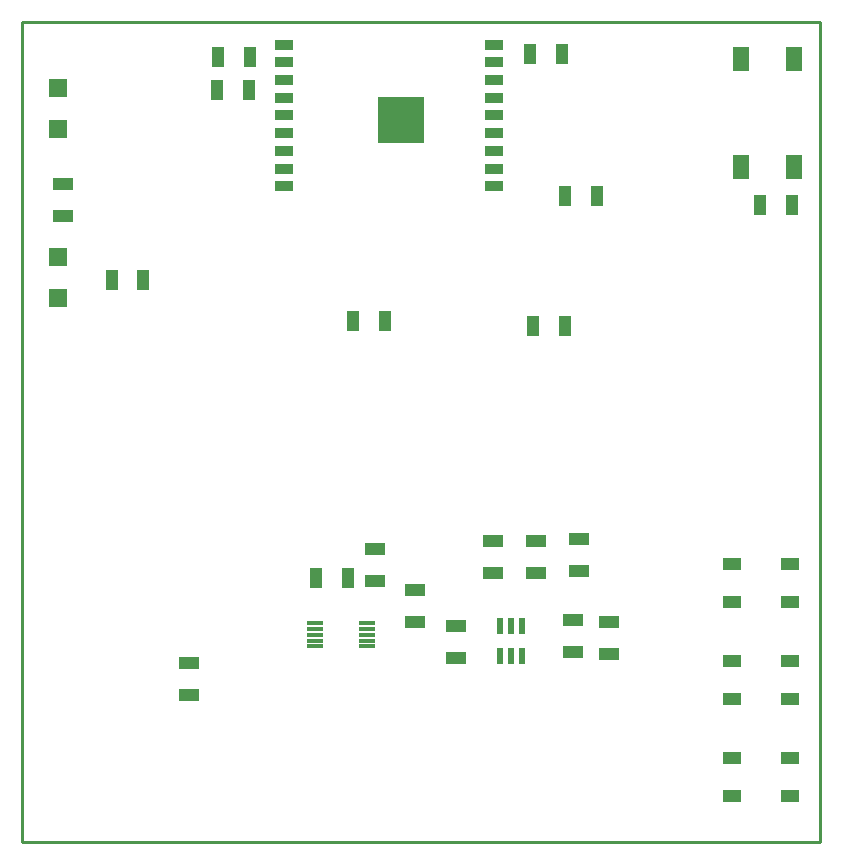
<source format=gtp>
G04 Layer_Color=8421504*
%FSLAX25Y25*%
%MOIN*%
G70*
G01*
G75*
%ADD10R,0.04331X0.06693*%
%ADD11R,0.05905X0.05905*%
%ADD12R,0.06693X0.04331*%
%ADD13R,0.05905X0.03937*%
%ADD14R,0.05433X0.08268*%
%ADD15R,0.05847X0.03543*%
%ADD16R,0.15748X0.15748*%
%ADD17R,0.02200X0.05200*%
%ADD18R,0.05709X0.01181*%
%ADD19R,0.05787X0.01181*%
%ADD21C,0.01000*%
D10*
X40515Y187200D02*
D03*
X29885D02*
D03*
X180115Y262500D02*
D03*
X169485D02*
D03*
X65385Y261500D02*
D03*
X76015D02*
D03*
X75815Y250700D02*
D03*
X65185D02*
D03*
X97985Y87900D02*
D03*
X108615D02*
D03*
X170385Y171900D02*
D03*
X181015D02*
D03*
X191615Y215300D02*
D03*
X180985D02*
D03*
X110470Y173600D02*
D03*
X121100D02*
D03*
X246185Y212400D02*
D03*
X256815D02*
D03*
D11*
X12100Y181210D02*
D03*
Y194990D02*
D03*
Y237510D02*
D03*
Y251290D02*
D03*
D12*
X13600Y208785D02*
D03*
Y219415D02*
D03*
X171300Y89785D02*
D03*
Y100415D02*
D03*
X117700Y87085D02*
D03*
Y97715D02*
D03*
X131200Y84015D02*
D03*
Y73385D02*
D03*
X195800Y62785D02*
D03*
Y73415D02*
D03*
X55800Y59630D02*
D03*
Y49000D02*
D03*
X157200Y100315D02*
D03*
Y89685D02*
D03*
X144600Y61185D02*
D03*
Y71815D02*
D03*
X185600Y90285D02*
D03*
Y100915D02*
D03*
X183700Y73915D02*
D03*
Y63285D02*
D03*
D13*
X236654Y60399D02*
D03*
Y47801D02*
D03*
X255946D02*
D03*
Y60399D02*
D03*
X236654Y27999D02*
D03*
Y15401D02*
D03*
X255946D02*
D03*
Y27999D02*
D03*
X236754Y92599D02*
D03*
Y80001D02*
D03*
X256046D02*
D03*
Y92599D02*
D03*
D14*
X239681Y260913D02*
D03*
X257319D02*
D03*
X239681Y225087D02*
D03*
X257319D02*
D03*
D15*
X87490Y265791D02*
D03*
Y259886D02*
D03*
Y253980D02*
D03*
Y248075D02*
D03*
Y242169D02*
D03*
Y236264D02*
D03*
Y230358D02*
D03*
Y224453D02*
D03*
Y218547D02*
D03*
X157510D02*
D03*
Y224453D02*
D03*
Y230358D02*
D03*
Y236264D02*
D03*
Y242169D02*
D03*
Y248075D02*
D03*
Y253980D02*
D03*
Y259886D02*
D03*
Y265791D02*
D03*
D16*
X126437Y240594D02*
D03*
D17*
X159300Y61900D02*
D03*
X163000D02*
D03*
X166700D02*
D03*
Y72100D02*
D03*
X163000D02*
D03*
X159300D02*
D03*
D18*
X97739Y73037D02*
D03*
D19*
Y71069D02*
D03*
Y69100D02*
D03*
Y67132D02*
D03*
Y65163D02*
D03*
X115061D02*
D03*
Y67132D02*
D03*
Y69100D02*
D03*
Y71069D02*
D03*
Y73037D02*
D03*
D21*
X-100Y0D02*
X266200D01*
X-100D02*
Y273200D01*
X266200D01*
Y0D02*
Y273200D01*
M02*

</source>
